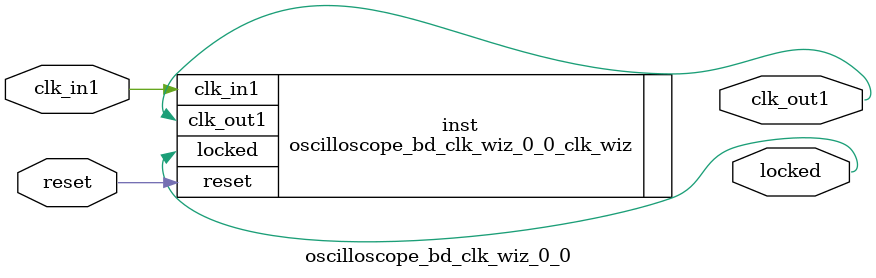
<source format=v>


`timescale 1ps/1ps

(* CORE_GENERATION_INFO = "oscilloscope_bd_clk_wiz_0_0,clk_wiz_v6_0_8_0_0,{component_name=oscilloscope_bd_clk_wiz_0_0,use_phase_alignment=true,use_min_o_jitter=false,use_max_i_jitter=false,use_dyn_phase_shift=false,use_inclk_switchover=false,use_dyn_reconfig=false,enable_axi=0,feedback_source=FDBK_AUTO,PRIMITIVE=MMCM,num_out_clk=1,clkin1_period=10.000,clkin2_period=10.000,use_power_down=false,use_reset=true,use_locked=true,use_inclk_stopped=false,feedback_type=SINGLE,CLOCK_MGR_TYPE=NA,manual_override=false}" *)

module oscilloscope_bd_clk_wiz_0_0 
 (
  // Clock out ports
  output        clk_out1,
  // Status and control signals
  input         reset,
  output        locked,
 // Clock in ports
  input         clk_in1
 );

  oscilloscope_bd_clk_wiz_0_0_clk_wiz inst
  (
  // Clock out ports  
  .clk_out1(clk_out1),
  // Status and control signals               
  .reset(reset), 
  .locked(locked),
 // Clock in ports
  .clk_in1(clk_in1)
  );

endmodule

</source>
